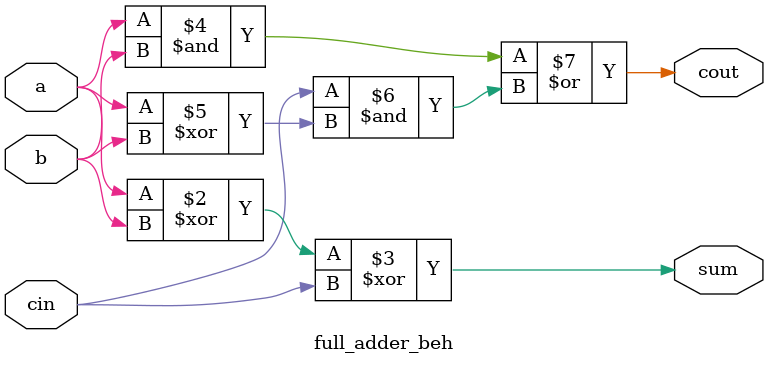
<source format=v>
module full_adder_beh(input a,b,cin,output reg sum,cout);
always @(*)
begin
sum=a^b^cin;
cout=(a&b)|(cin&(a^b));
end
endmodule
</source>
